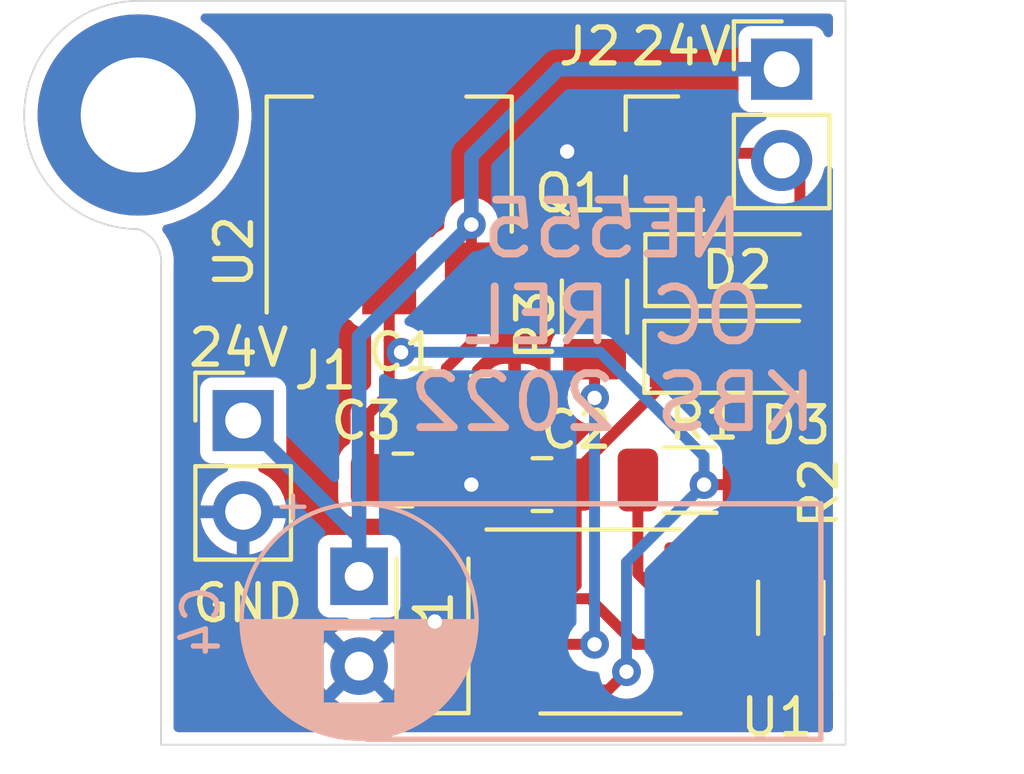
<source format=kicad_pcb>
(kicad_pcb (version 20211014) (generator pcbnew)
  (layers (0 "F.Cu" signal) (31 "B.Cu" signal) (34 "B.Paste" user) (35 "F.Paste" user) (36 "B.SilkS" user "B.Silkscreen") (37 "F.SilkS" user "F.Silkscreen") (38 "B.Mask" user) (39 "F.Mask" user) (44 "Edge.Cuts" user))
  (net 0 "")
  (net 1 "+24V")
  (net 2 "GND")
  (net 3 "Net-(C2-Pad1)")
  (net 4 "+5V")
  (net 5 "Net-(D1-Pad1)")
  (net 6 "Net-(D2-Pad2)")
  (net 7 "Net-(D3-Pad2)")
  (net 8 "Net-(Q1-Pad1)")
  (footprint "Capacitor_SMD:C_0805_2012Metric" (layer "F.Cu") (at 58.228 90.297 180)
    (fp_text reference "C2" (at -0.954 1.524) (layer "F.SilkS"))
    (fp_text value "1µ")
    (fp_line (start -0.261252 -0.735) (end 0.261252 -0.735) (layer "F.SilkS") (width 0.12))
    (fp_line (start -0.261252 0.735) (end 0.261252 0.735) (layer "F.SilkS") (width 0.12))
    (pad "1" smd roundrect (at -0.95 0 180) (size 1 1.45) (layers "F.Cu" "F.Paste" "F.Mask") (net 3 "Net-(C2-Pad1)"))
    (pad "2" smd roundrect (at 0.95 0 180) (size 1 1.45) (layers "F.Cu" "F.Paste" "F.Mask") (net 2 "GND"))
  )
  (footprint "Diode_SMD:D_MiniMELF" (layer "F.Cu") (at 63.627 86.741)
    (fp_text reference "D3" (at 1.651 1.905) (layer "F.SilkS"))
    (fp_text value "4148")
    (fp_line (start -2.55 -1) (end -2.55 1) (layer "F.SilkS") (width 0.12))
    (fp_line (start 1.75 -1) (end -2.55 -1) (layer "F.SilkS") (width 0.12))
    (fp_line (start -2.55 1) (end 1.75 1) (layer "F.SilkS") (width 0.12))
    (pad "1" smd rect (at -1.75 0) (size 1.3 1.7) (layers "F.Cu" "F.Paste" "F.Mask") (net 3 "Net-(C2-Pad1)"))
    (pad "2" smd rect (at 1.75 0) (size 1.3 1.7) (layers "F.Cu" "F.Paste" "F.Mask") (net 7 "Net-(D3-Pad2)"))
  )
  (footprint "Capacitor_SMD:C_0805_2012Metric" (layer "F.Cu") (at 56.515 88.011)
    (fp_text reference "C1" (at -2.159 -1.397) (layer "F.SilkS"))
    (fp_text value "220n")
    (fp_line (start -0.261252 0.735) (end 0.261252 0.735) (layer "F.SilkS") (width 0.12))
    (fp_line (start -0.261252 -0.735) (end 0.261252 -0.735) (layer "F.SilkS") (width 0.12))
    (pad "1" smd roundrect (at -0.95 0) (size 1 1.45) (layers "F.Cu" "F.Paste" "F.Mask") (net 1 "+24V"))
    (pad "2" smd roundrect (at 0.95 0) (size 1 1.45) (layers "F.Cu" "F.Paste" "F.Mask") (net 2 "GND"))
  )
  (footprint "Diode_SMD:D_MiniMELF" (layer "F.Cu") (at 55.18 94.107 90)
    (fp_text reference "D1" (at -0.127 0.0396 90) (layer "F.SilkS"))
    (fp_text value "5V6")
    (fp_line (start -2.55 -1) (end -2.55 1) (layer "F.SilkS") (width 0.12))
    (fp_line (start -2.55 1) (end 1.75 1) (layer "F.SilkS") (width 0.12))
    (fp_line (start 1.75 -1) (end -2.55 -1) (layer "F.SilkS") (width 0.12))
    (pad "1" smd rect (at -1.75 0 90) (size 1.3 1.7) (layers "F.Cu" "F.Paste" "F.Mask") (net 5 "Net-(D1-Pad1)"))
    (pad "2" smd rect (at 1.75 0 90) (size 1.3 1.7) (layers "F.Cu" "F.Paste" "F.Mask") (net 2 "GND"))
  )
  (footprint "Connector_PinHeader_2.54mm:PinHeader_1x02_P2.54mm_Vertical" (layer "F.Cu") (at 64.897 78.735)
    (fp_text reference "J2" (at -5.334 -0.63) (layer "F.SilkS"))
    (fp_text value "Conn_01x02_Male")
    (fp_line (start -1.33 0) (end -1.33 -1.33) (layer "F.SilkS") (width 0.12))
    (fp_line (start -1.33 -1.33) (end 0 -1.33) (layer "F.SilkS") (width 0.12))
    (fp_line (start -1.33 3.87) (end 1.33 3.87) (layer "F.SilkS") (width 0.12))
    (fp_line (start -1.33 1.27) (end 1.33 1.27) (layer "F.SilkS") (width 0.12))
    (fp_line (start -1.33 1.27) (end -1.33 3.87) (layer "F.SilkS") (width 0.12))
    (fp_line (start 1.33 1.27) (end 1.33 3.87) (layer "F.SilkS") (width 0.12))
    (pad "1" thru_hole rect (at 0 0) (size 1.7 1.7) (drill 1) (layers *.Cu *.Mask) (net 1 "+24V"))
    (pad "2" thru_hole oval (at 0 2.54) (size 1.7 1.7) (drill 1) (layers *.Cu *.Mask) (net 6 "Net-(D2-Pad2)"))
  )
  (footprint "Connector_PinHeader_2.54mm:PinHeader_1x02_P2.54mm_Vertical" (layer "F.Cu") (at 49.911 88.514)
    (fp_text reference "J1" (at 2.286 -1.392) (layer "F.SilkS"))
    (fp_text value "Conn_01x02_Male")
    (fp_line (start -1.33 -1.33) (end 0 -1.33) (layer "F.SilkS") (width 0.12))
    (fp_line (start -1.33 1.27) (end 1.33 1.27) (layer "F.SilkS") (width 0.12))
    (fp_line (start -1.33 0) (end -1.33 -1.33) (layer "F.SilkS") (width 0.12))
    (fp_line (start 1.33 1.27) (end 1.33 3.87) (layer "F.SilkS") (width 0.12))
    (fp_line (start -1.33 3.87) (end 1.33 3.87) (layer "F.SilkS") (width 0.12))
    (fp_line (start -1.33 1.27) (end -1.33 3.87) (layer "F.SilkS") (width 0.12))
    (pad "1" thru_hole rect (at 0 0) (size 1.7 1.7) (drill 1) (layers *.Cu *.Mask) (net 1 "+24V"))
    (pad "2" thru_hole oval (at 0 2.54) (size 1.7 1.7) (drill 1) (layers *.Cu *.Mask) (net 2 "GND"))
  )
  (footprint "libs:SOT-23" (layer "F.Cu") (at 61.341 81.026 180)
    (fp_text reference "Q1" (at 2.3114 -1.1684 180) (layer "F.SilkS"))
    (fp_text value "MMBT3904")
    (fp_line (start 0.785 -1.63) (end -1.375 -1.63) (layer "F.SilkS") (width 0.12))
    (fp_line (start 0.785 -1.63) (end 0.785 -0.7) (layer "F.SilkS") (width 0.12))
    (fp_line (start 0.785 1.53) (end 0.785 0.6) (layer "F.SilkS") (width 0.12))
    (fp_line (start 0.785 1.53) (end -0.675 1.53) (layer "F.SilkS") (width 0.12))
    (pad "1" smd rect (at -0.975 -1 180) (size 0.9 0.8) (layers "F.Cu" "F.Paste" "F.Mask") (net 8 "Net-(Q1-Pad1)"))
    (pad "2" smd rect (at -0.975 0.9 180) (size 0.9 0.8) (layers "F.Cu" "F.Paste" "F.Mask") (net 2 "GND"))
    (pad "3" smd rect (at 1.025 -0.05 180) (size 0.9 0.8) (layers "F.Cu" "F.Paste" "F.Mask") (net 6 "Net-(D2-Pad2)"))
  )
  (footprint "Package_SO:SOIC-8_3.9x4.9mm_P1.27mm" (layer "F.Cu") (at 60.133 94.107)
    (fp_text reference "U1" (at 4.637 2.667) (layer "F.SilkS"))
    (fp_text value "NE555D")
    (fp_line (start 0 2.56) (end -1.95 2.56) (layer "F.SilkS") (width 0.12))
    (fp_line (start 0 -2.56) (end 1.95 -2.56) (layer "F.SilkS") (width 0.12))
    (fp_line (start 0 2.56) (end 1.95 2.56) (layer "F.SilkS") (width 0.12))
    (fp_line (start 0 -2.56) (end -3.45 -2.56) (layer "F.SilkS") (width 0.12))
    (pad "1" smd roundrect (at -2.475 -1.905) (size 1.95 0.6) (layers "F.Cu" "F.Paste" "F.Mask") (net 2 "GND"))
    (pad "2" smd roundrect (at -2.475 -0.635) (size 1.95 0.6) (layers "F.Cu" "F.Paste" "F.Mask") (net 3 "Net-(C2-Pad1)"))
    (pad "3" smd roundrect (at -2.475 0.635) (size 1.95 0.6) (layers "F.Cu" "F.Paste" "F.Mask") (net 5 "Net-(D1-Pad1)"))
    (pad "4" smd roundrect (at -2.475 1.905) (size 1.95 0.6) (layers "F.Cu" "F.Paste" "F.Mask") (net 4 "+5V"))
    (pad "5" smd roundrect (at 2.475 1.905) (size 1.95 0.6) (layers "F.Cu" "F.Paste" "F.Mask"))
    (pad "6" smd roundrect (at 2.475 0.635) (size 1.95 0.6) (layers "F.Cu" "F.Paste" "F.Mask") (net 3 "Net-(C2-Pad1)"))
    (pad "7" smd roundrect (at 2.475 -0.635) (size 1.95 0.6) (layers "F.Cu" "F.Paste" "F.Mask") (net 7 "Net-(D3-Pad2)"))
    (pad "8" smd roundrect (at 2.475 -1.905) (size 1.95 0.6) (layers "F.Cu" "F.Paste" "F.Mask") (net 4 "+5V"))
  )
  (footprint "Diode_SMD:D_MiniMELF" (layer "F.Cu") (at 63.655 84.328)
    (fp_text reference "D2" (at 0 0) (layer "F.SilkS"))
    (fp_text value "4148")
    (fp_line (start -2.55 1) (end 1.75 1) (layer "F.SilkS") (width 0.12))
    (fp_line (start -2.55 -1) (end -2.55 1) (layer "F.SilkS") (width 0.12))
    (fp_line (start 1.75 -1) (end -2.55 -1) (layer "F.SilkS") (width 0.12))
    (pad "1" smd rect (at -1.75 0) (size 1.3 1.7) (layers "F.Cu" "F.Paste" "F.Mask") (net 1 "+24V"))
    (pad "2" smd rect (at 1.75 0) (size 1.3 1.7) (layers "F.Cu" "F.Paste" "F.Mask") (net 6 "Net-(D2-Pad2)"))
  )
  (footprint "Resistor_SMD:R_1206_3216Metric" (layer "F.Cu") (at 65.152 93.726 -90)
    (fp_text reference "R2" (at -3.2004 -0.7864 90) (layer "F.SilkS"))
    (fp_text value "330k")
    (fp_line (start -0.727064 0.91) (end 0.727064 0.91) (layer "F.SilkS") (width 0.12))
    (fp_line (start -0.727064 -0.91) (end 0.727064 -0.91) (layer "F.SilkS") (width 0.12))
    (pad "1" smd roundrect (at -1.4625 0 270) (size 1.125 1.75) (layers "F.Cu" "F.Paste" "F.Mask") (roundrect_rratio 0.2222222222) (net 7 "Net-(D3-Pad2)"))
    (pad "2" smd roundrect (at 1.4625 0 270) (size 1.125 1.75) (layers "F.Cu" "F.Paste" "F.Mask") (roundrect_rratio 0.2222222222) (net 3 "Net-(C2-Pad1)"))
  )
  (footprint "Package_TO_SOT_SMD:SOT-223-3_TabPin2" (layer "F.Cu") (at 53.975 81.407 90)
    (fp_text reference "U2" (at -2.413 -4.318 90) (layer "F.SilkS"))
    (fp_text value "AP1117-5")
    (fp_line (start 1.91 3.41) (end 1.91 2.15) (layer "F.SilkS") (width 0.12))
    (fp_line (start -1.85 3.41) (end 1.91 3.41) (layer "F.SilkS") (width 0.12))
    (fp_line (start 1.91 -3.41) (end 1.91 -2.15) (layer "F.SilkS") (width 0.12))
    (fp_line (start -4.1 -3.41) (end 1.91 -3.41) (layer "F.SilkS") (width 0.12))
    (pad "1" smd rect (at -3.15 -2.3 90) (size 2 1.5) (layers "F.Cu" "F.Paste" "F.Mask") (net 2 "GND"))
    (pad "2" smd rect (at -3.15 0 90) (size 2 1.5) (layers "F.Cu" "F.Paste" "F.Mask") (net 4 "+5V"))
    (pad "2" smd rect (at 3.15 0 90) (size 2 3.8) (layers "F.Cu" "F.Paste" "F.Mask") (net 4 "+5V"))
    (pad "3" smd rect (at -3.15 2.3 90) (size 2 1.5) (layers "F.Cu" "F.Paste" "F.Mask") (net 1 "+24V"))
  )
  (footprint "" (layer "F.Cu") (at 46.99 80.01)
    (fp_text reference "ref1" hide)
    (fp_text value "" (at 0 0) (layer "F.SilkS") (effects (font (size 1.27 1.27))))
    (pad "1" thru_hole circle (at 0 0) (size 5.6 5.6) (drill 3.2) (layers *.Cu *.Mask))
  )
  (footprint "Resistor_SMD:R_1206_3216Metric" (layer "F.Cu") (at 59.69 85.344 90)
    (fp_text reference "R3" (at -0.508 -1.651 90) (layer "F.SilkS"))
    (fp_text value "750")
    (fp_line (start -0.727064 -0.91) (end 0.727064 -0.91) (layer "F.SilkS") (width 0.12))
    (fp_line (start -0.727064 0.91) (end 0.727064 0.91) (layer "F.SilkS") (width 0.12))
    (pad "1" smd roundrect (at -1.4625 0 90) (size 1.125 1.75) (layers "F.Cu" "F.Paste" "F.Mask") (roundrect_rratio 0.2222222222) (net 5 "Net-(D1-Pad1)"))
    (pad "2" smd roundrect (at 1.4625 0 90) (size 1.125 1.75) (layers "F.Cu" "F.Paste" "F.Mask") (roundrect_rratio 0.2222222222) (net 8 "Net-(Q1-Pad1)"))
  )
  (footprint "Capacitor_SMD:C_0805_2012Metric" (layer "F.Cu") (at 54.356 90.17)
    (fp_text reference "C3" (at -1.016 -1.651) (layer "F.SilkS"))
    (fp_text value "220n")
    (fp_line (start -0.261252 -0.735) (end 0.261252 -0.735) (layer "F.SilkS") (width 0.12))
    (fp_line (start -0.261252 0.735) (end 0.261252 0.735) (layer "F.SilkS") (width 0.12))
    (pad "1" smd roundrect (at -0.95 0) (size 1 1.45) (layers "F.Cu" "F.Paste" "F.Mask") (net 4 "+5V"))
    (pad "2" smd roundrect (at 0.95 0) (size 1 1.45) (layers "F.Cu" "F.Paste" "F.Mask") (net 2 "GND"))
  )
  (footprint "Resistor_SMD:R_1206_3216Metric" (layer "F.Cu") (at 62.358 90.17 180)
    (fp_text reference "R1" (at -0.38 1.651 180) (layer "F.SilkS"))
    (fp_text value "330k")
    (fp_line (start -0.727064 0.91) (end 0.727064 0.91) (layer "F.SilkS") (width 0.12))
    (fp_line (start -0.727064 -0.91) (end 0.727064 -0.91) (layer "F.SilkS") (width 0.12))
    (pad "1" smd roundrect (at -1.4625 0 180) (size 1.125 1.75) (layers "F.Cu" "F.Paste" "F.Mask") (roundrect_rratio 0.2222222222) (net 4 "+5V"))
    (pad "2" smd roundrect (at 1.4625 0 180) (size 1.125 1.75) (layers "F.Cu" "F.Paste" "F.Mask") (roundrect_rratio 0.2222222222) (net 7 "Net-(D3-Pad2)"))
  )
  (footprint "Capacitor_THT:CP_Radial_D6.3mm_P2.50mm" (layer "B.Cu") (at 53.1368 92.848421 -90)
    (fp_text reference "C4" (at 1.25 4.4 90) (layer "B.SilkS") (effects (justify mirror)))
    (fp_text value "100u")
    (fp_line (start 3.131 2.636) (end 3.131 1.04) (layer "B.SilkS") (width 0.12))
    (fp_line (start 3.451 -1.04) (end 3.451 -2.38) (layer "B.SilkS") (width 0.12))
    (fp_line (start 3.011 2.716) (end 3.011 1.04) (layer "B.SilkS") (width 0.12))
    (fp_line (start 1.69 -1.04) (end 1.69 -3.201) (layer "B.SilkS") (width 0.12))
    (fp_line (start 1.81 -1.04) (end 1.81 -3.182) (layer "B.SilkS") (width 0.12))
    (fp_line (start 3.491 -1.04) (end 3.491 -2.343) (layer "B.SilkS") (width 0.12))
    (fp_line (start 1.37 3.228) (end 1.37 -3.228) (layer "B.SilkS") (width 0.12))
    (fp_line (start 3.251 -1.04) (end 3.251 -2.548) (layer "B.SilkS") (width 0.12))
    (fp_line (start 2.931 -1.04) (end 2.931 -2.766) (layer "B.SilkS") (width 0.12))
    (fp_line (start 2.971 -1.04) (end 2.971 -2.742) (layer "B.SilkS") (width 0.12))
    (fp_line (start 2.851 -1.04) (end 2.851 -2.812) (layer "B.SilkS") (width 0.12))
    (fp_line (start 1.57 3.215) (end 1.57 1.04) (layer "B.SilkS") (width 0.12))
    (fp_line (start 1.81 3.182) (end 1.81 1.04) (layer "B.SilkS") (width 0.12))
    (fp_line (start 2.771 2.856) (end 2.771 1.04) (layer "B.SilkS") (width 0.12))
    (fp_line (start 1.971 3.15) (end 1.971 1.04) (layer "B.SilkS") (width 0.12))
    (fp_line (start 4.011 1.714) (end 4.011 -1.714) (layer "B.SilkS") (width 0.12))
    (fp_line (start 2.531 2.97) (end 2.531 1.04) (layer "B.SilkS") (width 0.12))
    (fp_line (start 1.93 -1.04) (end 1.93 -3.159) (layer "B.SilkS") (width 0.12))
    (fp_line (start 2.571 -1.04) (end 2.571 -2.952) (layer "B.SilkS") (width 0.12))
    (fp_line (start 1.45 3.224) (end 1.45 -3.224) (layer "B.SilkS") (width 0.12))
    (fp_line (start 3.491 2.343) (end 3.491 1.04) (layer "B.SilkS") (width 0.12))
    (fp_line (start 3.291 2.516) (end 3.291 1.04) (layer "B.SilkS") (width 0.12))
    (fp_line (start 4.171 1.432) (end 4.171 -1.432) (layer "B.SilkS") (width 0.12))
    (fp_line (start 3.131 -1.04) (end 3.131 -2.636) (layer "B.SilkS") (width 0.12))
    (fp_line (start 2.371 3.033) (end 2.371 1.04) (layer "B.SilkS") (width 0.12))
    (fp_line (start 4.091 1.581) (end 4.091 -1.581) (layer "B.SilkS") (width 0.12))
    (fp_line (start 2.331 3.047) (end 2.331 1.04) (layer "B.SilkS") (width 0.12))
    (fp_line (start 2.771 -1.04) (end 2.771 -2.856) (layer "B.SilkS") (width 0.12))
    (fp_line (start 1.85 3.175) (end 1.85 1.04) (layer "B.SilkS") (width 0.12))
    (fp_line (start 3.451 2.38) (end 3.451 1.04) (layer "B.SilkS") (width 0.12))
    (fp_line (start 2.291 -1.04) (end 2.291 -3.061) (layer "B.SilkS") (width 0.12))
    (fp_line (start 1.89 -1.04) (end 1.89 -3.167) (layer "B.SilkS") (width 0.12))
    (fp_line (start 4.211 1.35) (end 4.211 -1.35) (layer "B.SilkS") (width 0.12))
    (fp_line (start 1.25 3.23) (end 1.25 -3.23) (layer "B.SilkS") (width 0.12))
    (fp_line (start 1.53 3.218) (end 1.53 1.04) (layer "B.SilkS") (width 0.12))
    (fp_line (start 2.251 3.074) (end 2.251 1.04) (layer "B.SilkS") (width 0.12))
    (fp_line (start 2.091 -1.04) (end 2.091 -3.121) (layer "B.SilkS") (width 0.12))
    (fp_line (start 1.41 3.227) (end 1.41 -3.227) (layer "B.SilkS") (width 0.12))
    (fp_line (start 3.531 2.305) (end 3.531 1.04) (layer "B.SilkS") (width 0.12))
    (fp_line (start 2.531 -1.04) (end 2.531 -2.97) (layer "B.SilkS") (width 0.12))
    (fp_line (start 2.171 3.098) (end 2.171 1.04) (layer "B.SilkS") (width 0.12))
    (fp_line (start 2.651 -1.04) (end 2.651 -2.916) (layer "B.SilkS") (width 0.12))
    (fp_line (start 3.331 2.484) (end 3.331 1.04) (layer "B.SilkS") (width 0.12))
    (fp_line (start 3.091 -1.04) (end 3.091 -2.664) (layer "B.SilkS") (width 0.12))
    (fp_line (start 2.451 -1.04) (end 2.451 -3.002) (layer "B.SilkS") (width 0.12))
    (fp_line (start 2.291 3.061) (end 2.291 1.04) (layer "B.SilkS") (width 0.12))
    (fp_line (start 4.251 1.262) (end 4.251 -1.262) (layer "B.SilkS") (width 0.12))
    (fp_line (start 1.29 3.23) (end 1.29 -3.23) (layer "B.SilkS") (width 0.12))
    (fp_line (start 2.491 -1.04) (end 2.491 -2.986) (layer "B.SilkS") (width 0.12))
    (fp_line (start 3.931 1.834) (end 3.931 -1.834) (layer "B.SilkS") (width 0.12))
    (fp_line (start 1.73 3.195) (end 1.73 1.04) (layer "B.SilkS") (width 0.12))
    (fp_line (start 1.971 -1.04) (end 1.971 -3.15) (layer "B.SilkS") (width 0.12))
    (fp_line (start 2.891 -1.04) (end 2.891 -2.79) (layer "B.SilkS") (width 0.12))
    (fp_line (start 2.691 -1.04) (end 2.691 -2.896) (layer "B.SilkS") (width 0.12))
    (fp_line (start 2.651 2.916) (end 2.651 1.04) (layer "B.SilkS") (width 0.12))
    (fp_line (start 2.051 -1.04) (end 2.051 -3.131) (layer "B.SilkS") (width 0.12))
    (fp_line (start 3.891 1.89) (end 3.891 -1.89) (layer "B.SilkS") (width 0.12))
    (fp_line (start 3.691 2.137) (end 3.691 -2.137) (layer "B.SilkS") (width 0.12))
    (fp_line (start -2.250241 1.839) (end -1.620241 1.839) (layer "B.SilkS") (width 0.12))
    (fp_line (start 2.611 2.934) (end 2.611 1.04) (layer "B.SilkS") (width 0.12))
    (fp_line (start 2.971 2.742) (end 2.971 1.04) (layer "B.SilkS") (width 0.12))
    (fp_line (start 2.571 2.952) (end 2.571 1.04) (layer "B.SilkS") (width 0.12))
    (fp_line (start 3.091 2.664) (end 3.091 1.04) (layer "B.SilkS") (width 0.12))
    (fp_line (start 2.091 3.121) (end 2.091 1.04) (layer "B.SilkS") (width 0.12))
    (fp_line (start 3.011 -1.04) (end 3.011 -2.716) (layer "B.SilkS") (width 0.12))
    (fp_line (start 3.651 2.182) (end 3.651 -2.182) (layer "B.SilkS") (width 0.12))
    (fp_line (start 2.811 2.834) (end 2.811 1.04) (layer "B.SilkS") (width 0.12))
    (fp_line (start 3.571 2.265) (end 3.571 -2.265) (layer "B.SilkS") (width 0.12))
    (fp_line (start 2.131 -1.04) (end 2.131 -3.11) (layer "B.SilkS") (width 0.12))
    (fp_line (start 1.69 3.201) (end 1.69 1.04) (layer "B.SilkS") (width 0.12))
    (fp_line (start 3.251 2.548) (end 3.251 1.04) (layer "B.SilkS") (width 0.12))
    (fp_line (start 1.53 -1.04) (end 1.53 -3.218) (layer "B.SilkS") (width 0.12))
    (fp_line (start 4.291 1.165) (end 4.291 -1.165) (layer "B.SilkS") (width 0.12))
    (fp_line (start 3.811 1.995) (end 3.811 -1.995) (layer "B.SilkS") (width 0.12))
    (fp_line (start 2.051 3.131) (end 2.051 1.04) (layer "B.SilkS") (width 0.12))
    (fp_line (start 1.33 3.23) (end 1.33 -3.23) (layer "B.SilkS") (width 0.12))
    (fp_line (start 2.811 -1.04) (end 2.811 -2.834) (layer "B.SilkS") (width 0.12))
    (fp_line (start 1.65 -1.04) (end 1.65 -3.206) (layer "B.SilkS") (width 0.12))
    (fp_line (start 4.331 1.059) (end 4.331 -1.059) (layer "B.SilkS") (width 0.12))
    (fp_line (start 3.851 1.944) (end 3.851 -1.944) (layer "B.SilkS") (width 0.12))
    (fp_line (start 2.411 3.018) (end 2.411 1.04) (layer "B.SilkS") (width 0.12))
    (fp_line (start 2.931 2.766) (end 2.931 1.04) (layer "B.SilkS") (width 0.12))
    (fp_line (start 2.011 3.141) (end 2.011 1.04) (layer "B.SilkS") (width 0.12))
    (fp_line (start 1.93 3.159) (end 1.93 1.04) (layer "B.SilkS") (width 0.12))
    (fp_line (start 2.691 2.896) (end 2.691 1.04) (layer "B.SilkS") (width 0.12))
    (fp_line (start 3.371 2.45) (end 3.371 1.04) (layer "B.SilkS") (width 0.12))
    (fp_line (start 4.131 1.509) (end 4.131 -1.509) (layer "B.SilkS") (width 0.12))
    (fp_line (start 2.331 -1.04) (end 2.331 -3.047) (layer "B.SilkS") (width 0.12))
    (fp_line (start 3.411 -1.04) (end 3.411 -2.416) (layer "B.SilkS") (width 0.12))
    (fp_line (start 3.971 1.776) (end 3.971 -1.776) (layer "B.SilkS") (width 0.12))
    (fp_line (start 2.211 -1.04) (end 2.211 -3.086) (layer "B.SilkS") (width 0.12))
    (fp_line (start 2.451 3.002) (end 2.451 1.04) (layer "B.SilkS") (width 0.12))
    (fp_line (start 1.65 3.206) (end 1.65 1.04) (layer "B.SilkS") (width 0.12))
    (fp_line (start 2.411 -1.04) (end 2.411 -3.018) (layer "B.SilkS") (width 0.12))
    (fp_line (start 2.211 3.086) (end 2.211 1.04) (layer "B.SilkS") (width 0.12))
    (fp_line (start 1.77 3.189) (end 1.77 1.04) (layer "B.SilkS") (width 0.12))
    (fp_line (start 4.491 0.402) (end 4.491 -0.402) (layer "B.SilkS") (width 0.12))
    (fp_line (start 3.171 -1.04) (end 3.171 -2.607) (layer "B.SilkS") (width 0.12))
    (fp_line (start 2.731 2.876) (end 2.731 1.04) (layer "B.SilkS") (width 0.12))
    (fp_line (start 3.051 -1.04) (end 3.051 -2.69) (layer "B.SilkS") (width 0.12))
    (fp_line (start 1.57 -1.04) (end 1.57 -3.215) (layer "B.SilkS") (width 0.12))
    (fp_line (start 1.77 -1.04) (end 1.77 -3.189) (layer "B.SilkS") (width 0.12))
    (fp_line (start 4.451 0.633) (end 4.451 -0.633) (layer "B.SilkS") (width 0.12))
    (fp_line (start 3.331 -1.04) (end 3.331 -2.484) (layer "B.SilkS") (width 0.12))
    (fp_line (start 3.371 -1.04) (end 3.371 -2.45) (layer "B.SilkS") (width 0.12))
    (fp_line (start -1.935241 2.154) (end -1.935241 1.524) (layer "B.SilkS") (width 0.12))
    (fp_line (start 3.531 -1.04) (end 3.531 -2.305) (layer "B.SilkS") (width 0.12))
    (fp_line (start 3.771 2.044) (end 3.771 -2.044) (layer "B.SilkS") (width 0.12))
    (fp_line (start 1.49 3.222) (end 1.49 1.04) (layer "B.SilkS") (width 0.12))
    (fp_line (start 1.89 3.167) (end 1.89 1.04) (layer "B.SilkS") (width 0.12))
    (fp_line (start 3.171 2.607) (end 3.171 1.04) (layer "B.SilkS") (width 0.12))
    (fp_line (start 2.011 -1.04) (end 2.011 -3.141) (layer "B.SilkS") (width 0.12))
    (fp_line (start 4.371 0.94) (end 4.371 -0.94) (layer "B.SilkS") (width 0.12))
    (fp_line (start 3.411 2.416) (end 3.411 1.04) (layer "B.SilkS") (width 0.12))
    (fp_line (start 2.131 3.11) (end 2.131 1.04) (layer "B.SilkS") (width 0.12))
    (fp_line (start 4.411 0.802) (end 4.411 -0.802) (layer "B.SilkS") (width 0.12))
    (fp_line (start 2.491 2.986) (end 2.491 1.04) (layer "B.SilkS") (width 0.12))
    (fp_line (start 2.891 2.79) (end 2.891 1.04) (layer "B.SilkS") (width 0.12))
    (fp_line (start 3.211 2.578) (end 3.211 1.04) (layer "B.SilkS") (width 0.12))
    (fp_line (start 2.731 -1.04) (end 2.731 -2.876) (layer "B.SilkS") (width 0.12))
    (fp_line (start 3.611 2.224) (end 3.611 -2.224) (layer "B.SilkS") (width 0.12))
    (fp_line (start 1.61 -1.04) (end 1.61 -3.211) (layer "B.SilkS") (width 0.12))
    (fp_line (start 3.211 -1.04) (end 3.211 -2.578) (layer "B.SilkS") (width 0.12))
    (fp_line (start 3.291 -1.04) (end 3.291 -2.516) (layer "B.SilkS") (width 0.12))
    (fp_line (start 4.051 1.65) (end 4.051 -1.65) (layer "B.SilkS") (width 0.12))
    (fp_line (start 2.851 2.812) (end 2.851 1.04) (layer "B.SilkS") (width 0.12))
    (fp_line (start 1.85 -1.04) (end 1.85 -3.175) (layer "B.SilkS") (width 0.12))
    (fp_line (start 3.731 2.092) (end 3.731 -2.092) (layer "B.SilkS") (width 0.12))
    (fp_line (start 3.051 2.69) (end 3.051 1.04) (layer "B.SilkS") (width 0.12))
    (fp_line (start 1.49 -1.04) (end 1.49 -3.222) (layer "B.SilkS") (width 0.12))
    (fp_line (start 2.611 -1.04) (end 2.611 -2.934) (layer "B.SilkS") (width 0.12))
    (fp_line (start 2.371 -1.04) (end 2.371 -3.033) (layer "B.SilkS") (width 0.12))
    (fp_line (start 2.171 -1.04) (end 2.171 -3.098) (layer "B.SilkS") (width 0.12))
    (fp_line (start 2.251 -1.04) (end 2.251 -3.074) (layer "B.SilkS") (width 0.12))
    (fp_line (start 1.61 3.211) (end 1.61 1.04) (layer "B.SilkS") (width 0.12))
    (fp_line (start 1.73 -1.04) (end 1.73 -3.195) (layer "B.SilkS") (width 0.12))
    (fp_circle (center 1.25 0) (end 4.52 0) (layer "B.SilkS") (width 0.12) (fill none))
    (pad "1" thru_hole rect (at 0 0 270) (size 1.6 1.6) (drill 0.8) (layers *.Cu *.Mask) (net 1 "+24V"))
    (pad "2" thru_hole circle (at 2.5 0 270) (size 1.6 1.6) (drill 0.8) (layers *.Cu *.Mask) (net 2 "GND"))
  )
  (gr_line (start 65.9892 90.8304) (end 65.9892 97.3836) (layer "B.SilkS") (width 0.15))
  (gr_line (start 53.2384 90.8304) (end 65.9892 90.8304) (layer "B.SilkS") (width 0.15))
  (gr_line (start 65.9892 97.3836) (end 53.34 97.3836) (layer "B.SilkS") (width 0.15))
  (gr_line (start 66.675 97.536) (end 66.675 76.835) (layer "Edge.Cuts") (width 0.05))
  (gr_arc (start 46.99 83.185) (mid 43.815 80.01) (end 46.99 76.835) (layer "Edge.Cuts") (width 0.05))
  (gr_line (start 47.625 84.201) (end 47.625 97.536) (layer "Edge.Cuts") (width 0.05))
  (gr_arc (start 46.99 83.185) (mid 47.481207 83.584433) (end 47.625 84.201) (layer "Edge.Cuts") (width 0.05))
  (gr_line (start 46.99 76.835) (end 66.675 76.835) (layer "Edge.Cuts") (width 0.05))
  (gr_line (start 47.625 97.536) (end 66.675 97.536) (layer "Edge.Cuts") (width 0.05))
  (gr_text "NE555\nOC REL\nKBS 2022" (at 60.198 85.598) (layer "B.SilkS") (effects (font (size 1.5 1.5) (thickness 0.22)) (justify mirror)))
  (gr_text "GND" (at 50.038 93.599) (layer "F.SilkS") (effects (font (size 1 1))))
  (gr_text "24V" (at 62.103 78.105) (layer "F.SilkS") (effects (font (size 1 1))))
  (gr_text "24V" (at 49.784 86.487) (layer "F.SilkS") (effects (font (size 1 1))))
  (segment (start 56.275 86.346) (end 55.565 87.056) (width 0.3048) (layer "F.Cu") (net 1))
  (segment (start 55.565 87.056) (end 55.565 88.011) (width 0.3048) (layer "F.Cu") (net 1))
  (segment (start 60.889 85.344) (end 61.905 84.328) (width 0.3048) (layer "F.Cu") (net 1))
  (segment (start 56.275 84.557) (end 56.275 86.346) (width 0.3048) (layer "F.Cu") (net 1))
  (segment (start 56.275 84.557) (end 57.379 84.557) (width 0.3048) (layer "F.Cu") (net 1))
  (segment (start 58.166 85.344) (end 60.889 85.344) (width 0.3048) (layer "F.Cu") (net 1))
  (segment (start 57.379 84.557) (end 58.166 85.344) (width 0.3048) (layer "F.Cu") (net 1))
  (segment (start 56.261 84.543) (end 56.275 84.557) (width 0.3048) (layer "F.Cu") (net 1))
  (segment (start 56.261 83.058) (end 56.261 84.543) (width 0.3048) (layer "F.Cu") (net 1))
  (via (at 56.261 83.058) (size 0.8) (drill 0.4) (layers "F.Cu" "B.Cu") (net 1))
  (segment (start 53.1368 92.848421) (end 53.1368 91.7448) (width 0.4064) (layer "B.Cu") (net 1))
  (segment (start 53.1368 91.7448) (end 53.1368 86.1822) (width 0.4064) (layer "B.Cu") (net 1))
  (segment (start 51.6407 90.2487) (end 53.1368 91.7448) (width 0.4064) (layer "B.Cu") (net 1))
  (segment (start 56.261 81.153) (end 58.679 78.735) (width 0.4064) (layer "B.Cu") (net 1))
  (segment (start 56.261 83.058) (end 56.261 81.153) (width 0.4064) (layer "B.Cu") (net 1))
  (segment (start 53.1368 86.1822) (end 56.261 83.058) (width 0.4064) (layer "B.Cu") (net 1))
  (segment (start 51.6407 90.2437) (end 49.911 88.514) (width 0.4064) (layer "B.Cu") (net 1))
  (segment (start 51.6407 90.2437) (end 51.6407 90.2487) (width 0.4064) (layer "B.Cu") (net 1))
  (segment (start 58.679 78.735) (end 64.897 78.735) (width 0.4064) (layer "B.Cu") (net 1))
  (segment (start 56.261 90.297) (end 55.433 90.297) (width 0.3048) (layer "F.Cu") (net 2))
  (segment (start 57.658 92.202) (end 55.335 92.202) (width 0.3048) (layer "F.Cu") (net 2))
  (segment (start 57.278 91.187) (end 57.658 91.567) (width 0.3048) (layer "F.Cu") (net 2))
  (segment (start 57.278 90.297) (end 56.261 90.297) (width 0.3048) (layer "F.Cu") (net 2))
  (segment (start 55.335 92.202) (end 55.18 92.357) (width 0.3048) (layer "F.Cu") (net 2))
  (segment (start 57.658 91.567) (end 57.658 92.202) (width 0.3048) (layer "F.Cu") (net 2))
  (segment (start 56.261 89.281) (end 56.261 90.297) (width 0.3048) (layer "F.Cu") (net 2))
  (segment (start 57.278 90.297) (end 57.278 91.187) (width 0.3048) (layer "F.Cu") (net 2))
  (segment (start 57.465 88.077) (end 56.261 89.281) (width 0.3048) (layer "F.Cu") (net 2))
  (segment (start 55.433 90.297) (end 55.306 90.17) (width 0.3048) (layer "F.Cu") (net 2))
  (segment (start 62.316 80.126) (end 59.32 80.126) (width 0.3048) (layer "F.Cu") (net 2))
  (segment (start 55.18 94.042) (end 55.245 94.107) (width 0.3048) (layer "F.Cu") (net 2))
  (segment (start 55.18 92.357) (end 55.18 94.042) (width 0.3048) (layer "F.Cu") (net 2))
  (segment (start 57.465 88.011) (end 57.465 88.077) (width 0.3048) (layer "F.Cu") (net 2))
  (segment (start 59.32 80.126) (end 59.055 80.391) (width 0.3048) (layer "F.Cu") (net 2))
  (via (at 56.261 90.297) (size 0.8) (drill 0.4) (layers "F.Cu" "B.Cu") (net 2))
  (via (at 58.928 81.026) (size 0.8) (drill 0.4) (layers "F.Cu" "B.Cu") (net 2))
  (via (at 55.245 94.107) (size 0.8) (drill 0.4) (layers "F.Cu" "B.Cu") (net 2))
  (segment (start 61.877 87.221) (end 59.178 89.92) (width 0.3048) (layer "F.Cu") (net 3))
  (segment (start 63.5 94.742) (end 62.608 94.742) (width 0.3048) (layer "F.Cu") (net 3))
  (segment (start 59.178 93.095) (end 58.801 93.472) (width 0.3048) (layer "F.Cu") (net 3))
  (segment (start 59.563 93.472) (end 60.833 94.742) (width 0.3048) (layer "F.Cu") (net 3))
  (segment (start 63.9465 95.1885) (end 63.5 94.742) (width 0.3048) (layer "F.Cu") (net 3))
  (segment (start 57.658 93.472) (end 58.801 93.472) (width 0.3048) (layer "F.Cu") (net 3))
  (segment (start 58.801 93.472) (end 59.563 93.472) (width 0.3048) (layer "F.Cu") (net 3))
  (segment (start 65.152 95.1885) (end 63.9465 95.1885) (width 0.3048) (layer "F.Cu") (net 3))
  (segment (start 59.178 90.297) (end 59.178 93.095) (width 0.3048) (layer "F.Cu") (net 3))
  (segment (start 61.877 86.741) (end 61.877 87.221) (width 0.3048) (layer "F.Cu") (net 3))
  (segment (start 59.178 89.92) (end 59.178 90.297) (width 0.3048) (layer "F.Cu") (net 3))
  (segment (start 60.833 94.742) (end 62.608 94.742) (width 0.3048) (layer "F.Cu") (net 3))
  (segment (start 60.071 96.012) (end 60.579 95.504) (width 0.3048) (layer "F.Cu") (net 4))
  (segment (start 63.6935 90.297) (end 63.8205 90.17) (width 0.3048) (layer "F.Cu") (net 4))
  (segment (start 53.975 84.557) (end 53.975 86.2838) (width 0.3048) (layer "F.Cu") (net 4))
  (segment (start 63.8205 90.9895) (end 62.608 92.202) (width 0.3048) (layer "F.Cu") (net 4))
  (segment (start 53.975 86.2838) (end 53.975 87.757) (width 0.3048) (layer "F.Cu") (net 4))
  (segment (start 54.3052 86.614) (end 53.975 86.2838) (width 0.3048) (layer "F.Cu") (net 4))
  (segment (start 62.738 90.297) (end 63.6935 90.297) (width 0.3048) (layer "F.Cu") (net 4))
  (segment (start 57.658 96.012) (end 60.071 96.012) (width 0.3048) (layer "F.Cu") (net 4))
  (segment (start 63.8205 90.17) (end 63.8205 90.9895) (width 0.3048) (layer "F.Cu") (net 4))
  (segment (start 53.975 78.257) (end 53.975 84.557) (width 0.3048) (layer "F.Cu") (net 4))
  (segment (start 53.406 88.326) (end 53.406 90.17) (width 0.3048) (layer "F.Cu") (net 4))
  (segment (start 53.975 87.757) (end 53.406 88.326) (width 0.3048) (layer "F.Cu") (net 4))
  (via (at 54.3052 86.614) (size 0.8) (drill 0.4) (layers "F.Cu" "B.Cu") (net 4))
  (via (at 62.738 90.297) (size 0.8) (drill 0.4) (layers "F.Cu" "B.Cu") (net 4))
  (via (at 60.579 95.504) (size 0.8) (drill 0.4) (layers "F.Cu" "B.Cu") (net 4))
  (segment (start 60.579 92.456) (end 62.738 90.297) (width 0.3048) (layer "B.Cu") (net 4))
  (segment (start 62.738 90.297) (end 62.738 89.5096) (width 0.3048) (layer "B.Cu") (net 4))
  (segment (start 60.579 95.504) (end 60.579 92.456) (width 0.3048) (layer "B.Cu") (net 4))
  (segment (start 62.738 89.5096) (end 59.8424 86.614) (width 0.3048) (layer "B.Cu") (net 4))
  (segment (start 59.8424 86.614) (end 54.3052 86.614) (width 0.3048) (layer "B.Cu") (net 4))
  (segment (start 57.658 94.742) (end 59.69 94.742) (width 0.3048) (layer "F.Cu") (net 5))
  (segment (start 59.69 87.884) (end 59.69 86.8065) (width 0.3048) (layer "F.Cu") (net 5))
  (segment (start 57.658 94.742) (end 56.295 94.742) (width 0.3048) (layer "F.Cu") (net 5))
  (segment (start 56.295 94.742) (end 55.18 95.857) (width 0.3048) (layer "F.Cu") (net 5))
  (via (at 59.69 94.742) (size 0.8) (drill 0.4) (layers "F.Cu" "B.Cu") (net 5))
  (via (at 59.69 87.884) (size 0.8) (drill 0.4) (layers "F.Cu" "B.Cu") (net 5))
  (segment (start 59.69 94.742) (end 59.69 87.884) (width 0.3048) (layer "B.Cu") (net 5))
  (segment (start 65.405 81.783) (end 64.897 81.275) (width 0.3048) (layer "F.Cu") (net 6))
  (segment (start 64.698 81.076) (end 64.897 81.275) (width 0.3048) (layer "F.Cu") (net 6))
  (segment (start 60.316 81.076) (end 64.698 81.076) (width 0.3048) (layer "F.Cu") (net 6))
  (segment (start 65.405 84.328) (end 65.405 81.783) (width 0.3048) (layer "F.Cu") (net 6))
  (segment (start 65.152 92.2635) (end 65.152 86.966) (width 0.3048) (layer "F.Cu") (net 7))
  (segment (start 63.9435 93.472) (end 65.152 92.2635) (width 0.3048) (layer "F.Cu") (net 7))
  (segment (start 65.152 86.966) (end 65.377 86.741) (width 0.3048) (layer "F.Cu") (net 7))
  (segment (start 61.595 93.472) (end 62.608 93.472) (width 0.3048) (layer "F.Cu") (net 7))
  (segment (start 60.8955 90.17) (end 60.8955 92.7725) (width 0.3048) (layer "F.Cu") (net 7))
  (segment (start 62.608 93.472) (end 63.9435 93.472) (width 0.3048) (layer "F.Cu") (net 7))
  (segment (start 60.8955 92.7725) (end 61.595 93.472) (width 0.3048) (layer "F.Cu") (net 7))
  (segment (start 62.316 82.026) (end 61.5455 82.026) (width 0.3048) (layer "F.Cu") (net 8))
  (segment (start 61.5455 82.026) (end 59.69 83.8815) (width 0.3048) (layer "F.Cu") (net 8))
  (zone (net 2) (net_name "GND") (layers F&B.Cu) (connect_pads (clearance 0.35)) (min_thickness 0.254) (fill yes (thermal_gap 0.35) (thermal_bridge_width 0.35))
    (polygon (pts (xy 66.675 97.536) (xy 47.625 97.536) (xy 47.625 76.835) (xy 66.675 76.835)))
  )
)
</source>
